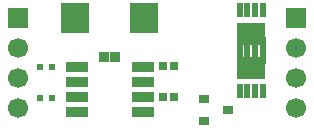
<source format=gbr>
G04*
G04 #@! TF.GenerationSoftware,Altium Limited,Altium Designer,22.4.2 (48)*
G04*
G04 Layer_Color=16711935*
%FSLAX25Y25*%
%MOIN*%
G70*
G04*
G04 #@! TF.SameCoordinates,A57B437F-A86B-4AA4-8399-F8B01B8E29F7*
G04*
G04*
G04 #@! TF.FilePolarity,Negative*
G04*
G01*
G75*
%ADD16R,0.02362X0.02362*%
%ADD21R,0.07795X0.03622*%
%ADD22R,0.02382X0.04685*%
%ADD23R,0.09587X0.07579*%
%ADD24R,0.03780X0.03622*%
%ADD25R,0.09449X0.10039*%
%ADD26R,0.02953X0.02953*%
%ADD27R,0.06693X0.06693*%
%ADD28C,0.06693*%
%ADD32R,0.03543X0.03150*%
D16*
X-34941Y-11811D02*
D03*
X-39075D02*
D03*
X-34941Y-1575D02*
D03*
X-39075D02*
D03*
D21*
X-26713Y-16555D02*
D03*
Y-11555D02*
D03*
Y-6555D02*
D03*
Y-1555D02*
D03*
X-4783Y-16555D02*
D03*
Y-11555D02*
D03*
Y-6555D02*
D03*
Y-1555D02*
D03*
D22*
X27598Y6161D02*
D03*
X30197D02*
D03*
X32795D02*
D03*
X35394D02*
D03*
Y17461D02*
D03*
X32795D02*
D03*
X30197D02*
D03*
X27598D02*
D03*
X35394Y1713D02*
D03*
X32795D02*
D03*
X30197D02*
D03*
X27598D02*
D03*
Y-9587D02*
D03*
X30197D02*
D03*
X32795D02*
D03*
X35394D02*
D03*
D23*
X31496Y9616D02*
D03*
Y-1742D02*
D03*
D24*
X-13819Y1969D02*
D03*
X-17677D02*
D03*
D25*
X-27264Y14961D02*
D03*
X-4232D02*
D03*
D26*
X5709Y-1181D02*
D03*
X2165D02*
D03*
X5709Y-11417D02*
D03*
X2165D02*
D03*
D27*
X46457Y15000D02*
D03*
X-46457D02*
D03*
D28*
X46457Y5000D02*
D03*
Y-5000D02*
D03*
Y-15000D02*
D03*
X-46457Y5000D02*
D03*
Y-5000D02*
D03*
Y-15000D02*
D03*
D32*
X15695Y-12061D02*
D03*
Y-19541D02*
D03*
X23569Y-15801D02*
D03*
M02*

</source>
